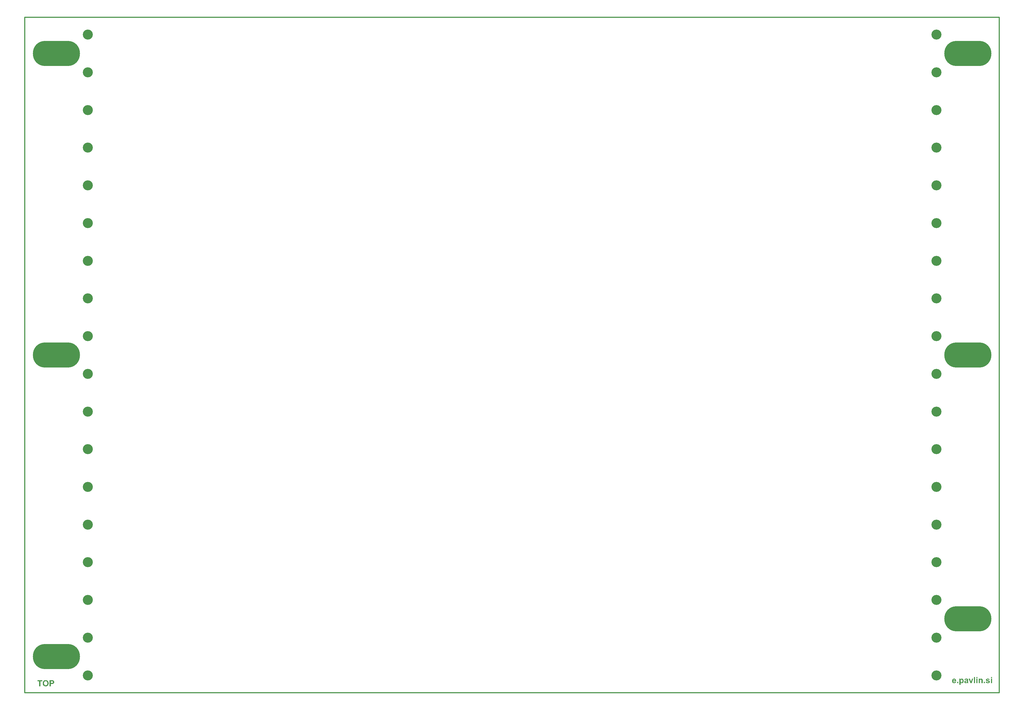
<source format=gtp>
G04*
G04 #@! TF.GenerationSoftware,Altium Limited,Altium Designer,20.0.9 (164)*
G04*
G04 Layer_Color=8421504*
%FSLAX25Y25*%
%MOIN*%
G70*
G01*
G75*
%ADD10C,0.12598*%
%ADD11O,0.59055X0.31496*%
%ADD12C,0.01181*%
G36*
X33870Y15569D02*
X34154D01*
X34460Y15547D01*
X34766Y15525D01*
X34897Y15514D01*
X35029Y15503D01*
X35138Y15481D01*
X35225Y15459D01*
X35236D01*
X35258Y15449D01*
X35291Y15438D01*
X35335Y15427D01*
X35455Y15372D01*
X35608Y15306D01*
X35772Y15208D01*
X35958Y15077D01*
X36132Y14913D01*
X36307Y14716D01*
Y14705D01*
X36329Y14694D01*
X36351Y14661D01*
X36373Y14618D01*
X36417Y14552D01*
X36450Y14487D01*
X36493Y14410D01*
X36537Y14323D01*
X36613Y14104D01*
X36690Y13864D01*
X36734Y13568D01*
X36755Y13252D01*
Y13241D01*
Y13219D01*
Y13186D01*
Y13131D01*
X36745Y13077D01*
Y13000D01*
X36723Y12847D01*
X36690Y12661D01*
X36646Y12454D01*
X36581Y12257D01*
X36493Y12071D01*
X36482Y12049D01*
X36450Y11995D01*
X36395Y11907D01*
X36318Y11798D01*
X36231Y11689D01*
X36111Y11557D01*
X35990Y11437D01*
X35848Y11328D01*
X35826Y11317D01*
X35783Y11284D01*
X35706Y11241D01*
X35608Y11186D01*
X35488Y11120D01*
X35357Y11066D01*
X35214Y11011D01*
X35061Y10967D01*
X35039D01*
X35007Y10956D01*
X34963D01*
X34908Y10945D01*
X34832Y10934D01*
X34755Y10924D01*
X34657D01*
X34559Y10913D01*
X34438Y10902D01*
X34307Y10891D01*
X34165Y10880D01*
X34012D01*
X33848Y10869D01*
X32493D01*
Y8016D01*
X30963D01*
Y15580D01*
X33750D01*
X33870Y15569D01*
D02*
G37*
G36*
X21749Y14301D02*
X19519D01*
Y8016D01*
X17989D01*
Y14301D01*
X15748D01*
Y15580D01*
X21749D01*
Y14301D01*
D02*
G37*
G36*
X26241Y15711D02*
X26350D01*
X26492Y15689D01*
X26656Y15667D01*
X26842Y15634D01*
X27039Y15591D01*
X27246Y15536D01*
X27465Y15470D01*
X27684Y15383D01*
X27913Y15285D01*
X28132Y15164D01*
X28350Y15022D01*
X28558Y14858D01*
X28755Y14672D01*
X28766Y14661D01*
X28798Y14629D01*
X28853Y14563D01*
X28908Y14487D01*
X28984Y14377D01*
X29072Y14246D01*
X29159Y14093D01*
X29258Y13918D01*
X29356Y13733D01*
X29443Y13514D01*
X29531Y13273D01*
X29607Y13022D01*
X29673Y12738D01*
X29717Y12443D01*
X29749Y12126D01*
X29760Y11787D01*
Y11765D01*
Y11710D01*
X29749Y11612D01*
Y11481D01*
X29728Y11328D01*
X29706Y11153D01*
X29673Y10945D01*
X29640Y10738D01*
X29585Y10508D01*
X29520Y10268D01*
X29432Y10027D01*
X29334Y9787D01*
X29225Y9557D01*
X29083Y9328D01*
X28930Y9109D01*
X28755Y8901D01*
X28744Y8890D01*
X28711Y8858D01*
X28656Y8803D01*
X28569Y8738D01*
X28471Y8661D01*
X28350Y8574D01*
X28208Y8486D01*
X28055Y8388D01*
X27869Y8289D01*
X27673Y8202D01*
X27454Y8115D01*
X27214Y8038D01*
X26962Y7972D01*
X26689Y7918D01*
X26405Y7885D01*
X26099Y7874D01*
X26022D01*
X25935Y7885D01*
X25826Y7896D01*
X25683Y7907D01*
X25519Y7929D01*
X25334Y7961D01*
X25137Y8005D01*
X24918Y8060D01*
X24711Y8125D01*
X24481Y8213D01*
X24262Y8311D01*
X24033Y8421D01*
X23825Y8563D01*
X23618Y8716D01*
X23421Y8901D01*
X23410Y8912D01*
X23377Y8945D01*
X23333Y9011D01*
X23268Y9087D01*
X23191Y9197D01*
X23104Y9328D01*
X23017Y9470D01*
X22929Y9645D01*
X22831Y9831D01*
X22743Y10049D01*
X22656Y10279D01*
X22579Y10530D01*
X22514Y10803D01*
X22470Y11098D01*
X22437Y11415D01*
X22426Y11743D01*
Y11754D01*
Y11798D01*
Y11852D01*
X22437Y11940D01*
Y12038D01*
X22448Y12148D01*
X22459Y12279D01*
X22470Y12421D01*
X22514Y12727D01*
X22568Y13055D01*
X22656Y13383D01*
X22765Y13689D01*
Y13700D01*
X22776Y13711D01*
X22798Y13743D01*
X22809Y13787D01*
X22874Y13896D01*
X22951Y14039D01*
X23049Y14202D01*
X23169Y14366D01*
X23312Y14552D01*
X23465Y14727D01*
X23475Y14738D01*
X23486Y14749D01*
X23541Y14804D01*
X23640Y14891D01*
X23760Y14989D01*
X23902Y15099D01*
X24066Y15219D01*
X24252Y15328D01*
X24448Y15416D01*
X24459D01*
X24481Y15427D01*
X24525Y15449D01*
X24579Y15459D01*
X24645Y15492D01*
X24722Y15514D01*
X24820Y15536D01*
X24918Y15569D01*
X25159Y15623D01*
X25432Y15678D01*
X25749Y15711D01*
X26077Y15722D01*
X26153D01*
X26241Y15711D01*
D02*
G37*
G36*
X1211488Y18160D02*
X1210034D01*
Y19505D01*
X1211488D01*
Y18160D01*
D02*
G37*
G36*
X1193267D02*
X1191814D01*
Y19505D01*
X1193267D01*
Y18160D01*
D02*
G37*
G36*
X1198066Y17537D02*
X1198186Y17526D01*
X1198317Y17504D01*
X1198459Y17472D01*
X1198612Y17428D01*
X1198765Y17373D01*
X1198787Y17362D01*
X1198831Y17341D01*
X1198907Y17308D01*
X1198995Y17253D01*
X1199093Y17188D01*
X1199191Y17111D01*
X1199290Y17023D01*
X1199377Y16925D01*
X1199388Y16914D01*
X1199410Y16882D01*
X1199443Y16827D01*
X1199487Y16750D01*
X1199541Y16663D01*
X1199585Y16554D01*
X1199629Y16444D01*
X1199661Y16313D01*
Y16302D01*
X1199672Y16248D01*
X1199694Y16171D01*
X1199705Y16062D01*
X1199727Y15931D01*
X1199738Y15756D01*
X1199749Y15570D01*
Y15340D01*
Y11941D01*
X1198295D01*
Y14728D01*
Y14739D01*
Y14772D01*
Y14816D01*
Y14870D01*
Y14947D01*
Y15023D01*
X1198284Y15209D01*
X1198273Y15395D01*
X1198251Y15592D01*
X1198230Y15756D01*
X1198219Y15821D01*
X1198197Y15876D01*
Y15887D01*
X1198175Y15920D01*
X1198153Y15963D01*
X1198120Y16029D01*
X1198022Y16160D01*
X1197967Y16226D01*
X1197891Y16280D01*
X1197880Y16291D01*
X1197858Y16302D01*
X1197814Y16324D01*
X1197749Y16357D01*
X1197672Y16390D01*
X1197596Y16411D01*
X1197497Y16422D01*
X1197388Y16433D01*
X1197322D01*
X1197257Y16422D01*
X1197169Y16411D01*
X1197060Y16379D01*
X1196951Y16346D01*
X1196830Y16291D01*
X1196710Y16226D01*
X1196699Y16215D01*
X1196667Y16193D01*
X1196612Y16138D01*
X1196546Y16084D01*
X1196481Y15996D01*
X1196415Y15909D01*
X1196350Y15789D01*
X1196306Y15668D01*
Y15657D01*
X1196284Y15603D01*
X1196273Y15515D01*
X1196251Y15384D01*
X1196240Y15307D01*
X1196229Y15209D01*
X1196218Y15111D01*
Y14991D01*
X1196208Y14870D01*
X1196197Y14728D01*
Y14575D01*
Y14411D01*
Y11941D01*
X1194743D01*
Y17428D01*
X1196087D01*
Y16619D01*
X1196098Y16630D01*
X1196120Y16663D01*
X1196164Y16707D01*
X1196218Y16761D01*
X1196284Y16838D01*
X1196371Y16914D01*
X1196470Y17002D01*
X1196579Y17089D01*
X1196699Y17166D01*
X1196842Y17253D01*
X1196984Y17330D01*
X1197147Y17406D01*
X1197322Y17461D01*
X1197497Y17504D01*
X1197694Y17537D01*
X1197891Y17548D01*
X1197967D01*
X1198066Y17537D01*
D02*
G37*
G36*
X1173845Y17537D02*
X1173921Y17526D01*
X1174020Y17504D01*
X1174129Y17483D01*
X1174238Y17450D01*
X1174369Y17417D01*
X1174490Y17362D01*
X1174632Y17308D01*
X1174763Y17231D01*
X1174905Y17144D01*
X1175036Y17045D01*
X1175167Y16925D01*
X1175298Y16794D01*
X1175309Y16783D01*
X1175331Y16761D01*
X1175364Y16717D01*
X1175408Y16652D01*
X1175451Y16586D01*
X1175506Y16488D01*
X1175572Y16379D01*
X1175637Y16258D01*
X1175692Y16116D01*
X1175758Y15963D01*
X1175812Y15788D01*
X1175867Y15603D01*
X1175900Y15395D01*
X1175932Y15187D01*
X1175954Y14947D01*
X1175965Y14706D01*
Y14695D01*
Y14652D01*
Y14575D01*
X1175954Y14477D01*
X1175943Y14367D01*
X1175932Y14236D01*
X1175910Y14083D01*
X1175878Y13930D01*
X1175801Y13581D01*
X1175747Y13406D01*
X1175681Y13231D01*
X1175605Y13056D01*
X1175506Y12892D01*
X1175408Y12728D01*
X1175288Y12575D01*
X1175277Y12564D01*
X1175255Y12542D01*
X1175222Y12509D01*
X1175167Y12455D01*
X1175102Y12400D01*
X1175025Y12335D01*
X1174938Y12269D01*
X1174839Y12203D01*
X1174719Y12127D01*
X1174599Y12061D01*
X1174326Y11941D01*
X1174173Y11886D01*
X1174009Y11854D01*
X1173845Y11832D01*
X1173670Y11821D01*
X1173593D01*
X1173506Y11832D01*
X1173397Y11843D01*
X1173265Y11865D01*
X1173123Y11897D01*
X1172981Y11941D01*
X1172839Y11996D01*
X1172828Y12007D01*
X1172774Y12028D01*
X1172708Y12083D01*
X1172610Y12149D01*
X1172489Y12225D01*
X1172369Y12335D01*
X1172227Y12466D01*
X1172074Y12619D01*
Y9843D01*
X1170620D01*
Y17428D01*
X1171976D01*
Y16619D01*
X1171987Y16641D01*
X1172019Y16685D01*
X1172085Y16761D01*
X1172161Y16860D01*
X1172260Y16969D01*
X1172391Y17078D01*
X1172522Y17188D01*
X1172686Y17286D01*
X1172708Y17297D01*
X1172763Y17330D01*
X1172861Y17373D01*
X1172981Y17417D01*
X1173123Y17461D01*
X1173298Y17504D01*
X1173484Y17537D01*
X1173681Y17548D01*
X1173768D01*
X1173845Y17537D01*
D02*
G37*
G36*
X1206427Y17537D02*
X1206536Y17526D01*
X1206657Y17515D01*
X1206788Y17504D01*
X1207061Y17461D01*
X1207334Y17395D01*
X1207597Y17297D01*
X1207717Y17242D01*
X1207826Y17177D01*
X1207837D01*
X1207848Y17155D01*
X1207913Y17111D01*
X1208012Y17023D01*
X1208121Y16903D01*
X1208252Y16761D01*
X1208373Y16575D01*
X1208493Y16357D01*
X1208580Y16105D01*
X1207214Y15854D01*
Y15865D01*
X1207192Y15909D01*
X1207170Y15963D01*
X1207137Y16029D01*
X1207094Y16116D01*
X1207028Y16193D01*
X1206963Y16269D01*
X1206875Y16335D01*
X1206864Y16346D01*
X1206831Y16368D01*
X1206777Y16390D01*
X1206700Y16422D01*
X1206602Y16455D01*
X1206482Y16488D01*
X1206340Y16499D01*
X1206176Y16510D01*
X1206077D01*
X1205979Y16499D01*
X1205859Y16488D01*
X1205717Y16466D01*
X1205585Y16444D01*
X1205465Y16400D01*
X1205356Y16346D01*
X1205345D01*
X1205334Y16324D01*
X1205279Y16269D01*
X1205214Y16171D01*
X1205203Y16116D01*
X1205192Y16051D01*
Y16040D01*
Y16029D01*
X1205214Y15963D01*
X1205258Y15876D01*
X1205290Y15832D01*
X1205334Y15789D01*
X1205345Y15777D01*
X1205389Y15767D01*
X1205411Y15745D01*
X1205454Y15734D01*
X1205509Y15712D01*
X1205575Y15679D01*
X1205662Y15657D01*
X1205749Y15624D01*
X1205859Y15592D01*
X1205990Y15559D01*
X1206132Y15515D01*
X1206296Y15472D01*
X1206482Y15428D01*
X1206689Y15373D01*
X1206700D01*
X1206744Y15362D01*
X1206799Y15351D01*
X1206875Y15329D01*
X1206974Y15297D01*
X1207083Y15275D01*
X1207323Y15198D01*
X1207597Y15100D01*
X1207859Y14991D01*
X1207990Y14925D01*
X1208110Y14870D01*
X1208209Y14794D01*
X1208307Y14728D01*
X1208329Y14706D01*
X1208383Y14663D01*
X1208449Y14575D01*
X1208537Y14455D01*
X1208624Y14302D01*
X1208690Y14116D01*
X1208744Y13898D01*
X1208766Y13657D01*
Y13646D01*
Y13624D01*
Y13581D01*
X1208755Y13526D01*
X1208744Y13471D01*
X1208733Y13395D01*
X1208690Y13209D01*
X1208613Y13012D01*
X1208558Y12903D01*
X1208504Y12794D01*
X1208427Y12684D01*
X1208340Y12575D01*
X1208241Y12466D01*
X1208132Y12356D01*
X1208121Y12346D01*
X1208099Y12335D01*
X1208067Y12313D01*
X1208012Y12269D01*
X1207946Y12236D01*
X1207870Y12192D01*
X1207771Y12138D01*
X1207662Y12094D01*
X1207542Y12039D01*
X1207400Y11996D01*
X1207247Y11941D01*
X1207083Y11908D01*
X1206897Y11875D01*
X1206700Y11843D01*
X1206493Y11832D01*
X1206274Y11821D01*
X1206165D01*
X1206088Y11832D01*
X1205990D01*
X1205881Y11843D01*
X1205760Y11854D01*
X1205629Y11875D01*
X1205345Y11930D01*
X1205050Y12007D01*
X1204755Y12116D01*
X1204624Y12192D01*
X1204492Y12269D01*
X1204482Y12280D01*
X1204460Y12291D01*
X1204427Y12313D01*
X1204394Y12356D01*
X1204274Y12455D01*
X1204143Y12597D01*
X1204001Y12772D01*
X1203869Y12979D01*
X1203749Y13231D01*
X1203651Y13504D01*
X1205105Y13723D01*
Y13701D01*
X1205126Y13657D01*
X1205148Y13581D01*
X1205181Y13482D01*
X1205236Y13373D01*
X1205301Y13274D01*
X1205378Y13165D01*
X1205476Y13078D01*
X1205487Y13067D01*
X1205531Y13045D01*
X1205596Y13012D01*
X1205684Y12979D01*
X1205793Y12936D01*
X1205935Y12903D01*
X1206088Y12881D01*
X1206274Y12870D01*
X1206361D01*
X1206471Y12881D01*
X1206591Y12892D01*
X1206722Y12914D01*
X1206864Y12958D01*
X1206995Y13001D01*
X1207116Y13067D01*
X1207127Y13078D01*
X1207148Y13100D01*
X1207181Y13133D01*
X1207214Y13176D01*
X1207247Y13231D01*
X1207280Y13296D01*
X1207302Y13373D01*
X1207312Y13460D01*
Y13471D01*
Y13493D01*
X1207302Y13559D01*
X1207269Y13646D01*
X1207203Y13734D01*
X1207181Y13756D01*
X1207148Y13766D01*
X1207105Y13799D01*
X1207039Y13821D01*
X1206952Y13854D01*
X1206853Y13887D01*
X1206722Y13919D01*
X1206700D01*
X1206646Y13941D01*
X1206558Y13963D01*
X1206438Y13985D01*
X1206296Y14018D01*
X1206143Y14062D01*
X1205968Y14105D01*
X1205782Y14160D01*
X1205400Y14269D01*
X1205214Y14324D01*
X1205039Y14389D01*
X1204875Y14444D01*
X1204722Y14510D01*
X1204591Y14575D01*
X1204492Y14630D01*
X1204482Y14641D01*
X1204460Y14652D01*
X1204438Y14674D01*
X1204394Y14717D01*
X1204285Y14816D01*
X1204175Y14958D01*
X1204055Y15133D01*
X1203946Y15340D01*
X1203902Y15461D01*
X1203880Y15592D01*
X1203858Y15723D01*
X1203848Y15865D01*
Y15876D01*
Y15898D01*
Y15931D01*
X1203858Y15985D01*
X1203869Y16040D01*
X1203880Y16116D01*
X1203913Y16280D01*
X1203979Y16466D01*
X1204088Y16663D01*
X1204143Y16772D01*
X1204219Y16871D01*
X1204307Y16969D01*
X1204405Y17056D01*
X1204416Y17067D01*
X1204427Y17078D01*
X1204460Y17100D01*
X1204514Y17133D01*
X1204569Y17166D01*
X1204646Y17209D01*
X1204733Y17253D01*
X1204831Y17308D01*
X1204951Y17351D01*
X1205083Y17395D01*
X1205225Y17439D01*
X1205378Y17472D01*
X1205553Y17504D01*
X1205739Y17526D01*
X1205935Y17548D01*
X1206340D01*
X1206427Y17537D01*
D02*
G37*
G36*
X1185802Y11941D02*
X1184491D01*
X1182283Y17428D01*
X1183802D01*
X1184840Y14619D01*
X1185135Y13690D01*
X1185146Y13701D01*
X1185157Y13745D01*
X1185179Y13810D01*
X1185201Y13876D01*
X1185256Y14040D01*
X1185277Y14105D01*
X1185288Y14160D01*
Y14171D01*
X1185299Y14204D01*
X1185310Y14247D01*
X1185332Y14302D01*
X1185376Y14455D01*
X1185441Y14619D01*
X1186491Y17428D01*
X1187977D01*
X1185802Y11941D01*
D02*
G37*
G36*
X1211488Y11941D02*
X1210034D01*
Y17428D01*
X1211488D01*
Y11941D01*
D02*
G37*
G36*
X1202667D02*
X1201213D01*
Y13395D01*
X1202667D01*
Y11941D01*
D02*
G37*
G36*
X1193267D02*
X1191814D01*
Y17428D01*
X1193267D01*
Y11941D01*
D02*
G37*
G36*
X1190327D02*
X1188873Y11941D01*
Y19505D01*
X1190327Y19505D01*
Y11941D01*
D02*
G37*
G36*
X1179496Y17537D02*
X1179583D01*
X1179802Y17515D01*
X1180031Y17493D01*
X1180272Y17450D01*
X1180501Y17384D01*
X1180599Y17351D01*
X1180698Y17308D01*
X1180709D01*
X1180720Y17297D01*
X1180774Y17264D01*
X1180862Y17220D01*
X1180960Y17155D01*
X1181080Y17067D01*
X1181190Y16969D01*
X1181288Y16849D01*
X1181376Y16728D01*
X1181386Y16707D01*
X1181408Y16663D01*
X1181441Y16565D01*
X1181452Y16510D01*
X1181474Y16433D01*
X1181496Y16357D01*
X1181507Y16258D01*
X1181528Y16149D01*
X1181540Y16029D01*
X1181550Y15898D01*
X1181561Y15756D01*
X1181572Y15603D01*
Y15428D01*
X1181550Y13734D01*
Y13723D01*
Y13701D01*
Y13668D01*
Y13613D01*
Y13482D01*
X1181561Y13329D01*
Y13154D01*
X1181583Y12979D01*
X1181594Y12805D01*
X1181616Y12663D01*
Y12652D01*
X1181627Y12608D01*
X1181649Y12531D01*
X1181671Y12444D01*
X1181714Y12335D01*
X1181758Y12214D01*
X1181813Y12083D01*
X1181878Y11941D01*
X1180447D01*
Y11952D01*
X1180435Y11963D01*
X1180425Y12007D01*
X1180403Y12050D01*
X1180381Y12105D01*
X1180359Y12182D01*
X1180337Y12269D01*
X1180304Y12367D01*
Y12378D01*
X1180293Y12389D01*
X1180282Y12433D01*
X1180261Y12488D01*
X1180250Y12531D01*
X1180228Y12520D01*
X1180184Y12477D01*
X1180108Y12411D01*
X1180009Y12335D01*
X1179889Y12247D01*
X1179758Y12149D01*
X1179605Y12072D01*
X1179452Y11996D01*
X1179430Y11985D01*
X1179375Y11974D01*
X1179288Y11941D01*
X1179179Y11908D01*
X1179047Y11875D01*
X1178894Y11854D01*
X1178720Y11832D01*
X1178545Y11821D01*
X1178468D01*
X1178403Y11832D01*
X1178337D01*
X1178249Y11843D01*
X1178064Y11875D01*
X1177845Y11930D01*
X1177627Y12007D01*
X1177408Y12116D01*
X1177211Y12269D01*
Y12280D01*
X1177189Y12291D01*
X1177135Y12356D01*
X1177058Y12455D01*
X1176971Y12586D01*
X1176883Y12750D01*
X1176807Y12947D01*
X1176752Y13176D01*
X1176741Y13296D01*
X1176730Y13428D01*
Y13449D01*
Y13504D01*
X1176741Y13591D01*
X1176763Y13701D01*
X1176785Y13832D01*
X1176818Y13963D01*
X1176872Y14105D01*
X1176949Y14247D01*
X1176960Y14269D01*
X1176993Y14313D01*
X1177036Y14378D01*
X1177113Y14455D01*
X1177189Y14542D01*
X1177299Y14641D01*
X1177419Y14728D01*
X1177561Y14805D01*
X1177583Y14816D01*
X1177637Y14838D01*
X1177725Y14870D01*
X1177856Y14925D01*
X1178020Y14980D01*
X1178217Y15034D01*
X1178457Y15089D01*
X1178720Y15144D01*
X1178730D01*
X1178763Y15155D01*
X1178818Y15165D01*
X1178883Y15176D01*
X1178971Y15187D01*
X1179069Y15209D01*
X1179288Y15264D01*
X1179517Y15318D01*
X1179758Y15373D01*
X1179965Y15439D01*
X1180064Y15472D01*
X1180140Y15504D01*
Y15646D01*
Y15668D01*
Y15712D01*
X1180130Y15788D01*
X1180118Y15887D01*
X1180086Y15985D01*
X1180053Y16083D01*
X1179998Y16171D01*
X1179922Y16248D01*
X1179911Y16258D01*
X1179878Y16280D01*
X1179823Y16302D01*
X1179747Y16346D01*
X1179638Y16379D01*
X1179506Y16400D01*
X1179342Y16422D01*
X1179146Y16433D01*
X1179080D01*
X1179015Y16422D01*
X1178927Y16411D01*
X1178829Y16390D01*
X1178720Y16368D01*
X1178621Y16324D01*
X1178534Y16269D01*
X1178523Y16258D01*
X1178501Y16237D01*
X1178457Y16204D01*
X1178413Y16149D01*
X1178348Y16073D01*
X1178293Y15974D01*
X1178239Y15865D01*
X1178184Y15734D01*
X1176883Y15974D01*
Y15985D01*
X1176894Y16007D01*
X1176905Y16051D01*
X1176927Y16105D01*
X1176949Y16171D01*
X1176982Y16248D01*
X1177058Y16422D01*
X1177167Y16608D01*
X1177299Y16805D01*
X1177452Y16991D01*
X1177637Y17155D01*
X1177648D01*
X1177659Y17177D01*
X1177692Y17188D01*
X1177736Y17220D01*
X1177801Y17242D01*
X1177867Y17275D01*
X1177954Y17319D01*
X1178042Y17351D01*
X1178151Y17384D01*
X1178271Y17428D01*
X1178403Y17461D01*
X1178556Y17483D01*
X1178709Y17515D01*
X1178883Y17526D01*
X1179058Y17548D01*
X1179419D01*
X1179496Y17537D01*
D02*
G37*
G36*
X1169167Y11941D02*
X1167713D01*
Y13395D01*
X1169167D01*
Y11941D01*
D02*
G37*
G36*
X1164128Y17537D02*
X1164226Y17526D01*
X1164347Y17504D01*
X1164478Y17483D01*
X1164620Y17450D01*
X1164773Y17406D01*
X1164926Y17351D01*
X1165090Y17286D01*
X1165254Y17198D01*
X1165407Y17111D01*
X1165560Y17002D01*
X1165713Y16871D01*
X1165844Y16728D01*
X1165855Y16717D01*
X1165877Y16696D01*
X1165909Y16641D01*
X1165953Y16575D01*
X1166008Y16488D01*
X1166063Y16390D01*
X1166128Y16258D01*
X1166194Y16116D01*
X1166259Y15952D01*
X1166325Y15767D01*
X1166380Y15570D01*
X1166434Y15340D01*
X1166478Y15100D01*
X1166511Y14838D01*
X1166533Y14564D01*
Y14258D01*
X1162904D01*
Y14247D01*
Y14225D01*
Y14193D01*
X1162915Y14149D01*
X1162926Y14040D01*
X1162947Y13887D01*
X1162991Y13734D01*
X1163057Y13559D01*
X1163133Y13395D01*
X1163243Y13253D01*
X1163254Y13242D01*
X1163308Y13198D01*
X1163374Y13143D01*
X1163472Y13078D01*
X1163592Y13012D01*
X1163745Y12958D01*
X1163909Y12914D01*
X1164084Y12903D01*
X1164139D01*
X1164205Y12914D01*
X1164281Y12925D01*
X1164368Y12947D01*
X1164467Y12979D01*
X1164565Y13023D01*
X1164653Y13089D01*
X1164664Y13100D01*
X1164696Y13122D01*
X1164740Y13165D01*
X1164784Y13231D01*
X1164849Y13318D01*
X1164904Y13417D01*
X1164959Y13548D01*
X1165013Y13690D01*
X1166456Y13449D01*
Y13439D01*
X1166445Y13417D01*
X1166423Y13373D01*
X1166401Y13318D01*
X1166369Y13253D01*
X1166336Y13176D01*
X1166237Y13001D01*
X1166117Y12805D01*
X1165964Y12597D01*
X1165778Y12411D01*
X1165571Y12236D01*
X1165560D01*
X1165549Y12214D01*
X1165505Y12203D01*
X1165461Y12171D01*
X1165407Y12138D01*
X1165330Y12105D01*
X1165254Y12072D01*
X1165155Y12028D01*
X1164937Y11952D01*
X1164685Y11886D01*
X1164390Y11843D01*
X1164073Y11821D01*
X1164008D01*
X1163942Y11832D01*
X1163844D01*
X1163724Y11854D01*
X1163581Y11875D01*
X1163428Y11897D01*
X1163275Y11941D01*
X1163101Y11985D01*
X1162926Y12050D01*
X1162751Y12127D01*
X1162576Y12214D01*
X1162401Y12324D01*
X1162237Y12444D01*
X1162095Y12586D01*
X1161953Y12750D01*
X1161942Y12761D01*
X1161931Y12783D01*
X1161909Y12826D01*
X1161866Y12881D01*
X1161833Y12958D01*
X1161789Y13045D01*
X1161734Y13143D01*
X1161691Y13264D01*
X1161636Y13395D01*
X1161592Y13537D01*
X1161538Y13690D01*
X1161505Y13865D01*
X1161472Y14040D01*
X1161439Y14225D01*
X1161428Y14433D01*
X1161417Y14641D01*
Y14652D01*
Y14695D01*
Y14772D01*
X1161428Y14870D01*
X1161439Y14980D01*
X1161450Y15111D01*
X1161472Y15253D01*
X1161505Y15417D01*
X1161592Y15756D01*
X1161647Y15931D01*
X1161712Y16116D01*
X1161800Y16291D01*
X1161898Y16455D01*
X1162008Y16619D01*
X1162128Y16772D01*
X1162139Y16783D01*
X1162161Y16805D01*
X1162204Y16849D01*
X1162259Y16892D01*
X1162325Y16947D01*
X1162412Y17013D01*
X1162510Y17089D01*
X1162620Y17166D01*
X1162740Y17231D01*
X1162882Y17308D01*
X1163024Y17373D01*
X1163188Y17428D01*
X1163352Y17472D01*
X1163538Y17515D01*
X1163724Y17537D01*
X1163920Y17548D01*
X1164040D01*
X1164128Y17537D01*
D02*
G37*
%LPC*%
G36*
X33630Y14301D02*
X32493D01*
Y12148D01*
X33542D01*
X33619Y12159D01*
X33815D01*
X34012Y12169D01*
X34209Y12191D01*
X34384Y12224D01*
X34460Y12235D01*
X34526Y12257D01*
X34537Y12268D01*
X34580Y12279D01*
X34635Y12312D01*
X34701Y12344D01*
X34777Y12399D01*
X34854Y12465D01*
X34941Y12541D01*
X35007Y12629D01*
X35018Y12640D01*
X35039Y12672D01*
X35061Y12727D01*
X35094Y12803D01*
X35127Y12891D01*
X35160Y12989D01*
X35171Y13099D01*
X35182Y13219D01*
Y13241D01*
Y13284D01*
X35171Y13361D01*
X35149Y13459D01*
X35116Y13568D01*
X35072Y13689D01*
X35018Y13798D01*
X34930Y13907D01*
X34919Y13918D01*
X34887Y13951D01*
X34832Y13995D01*
X34766Y14050D01*
X34679Y14115D01*
X34569Y14170D01*
X34449Y14213D01*
X34318Y14246D01*
X34307D01*
X34264Y14257D01*
X34187Y14268D01*
X34078Y14279D01*
X33936D01*
X33837Y14290D01*
X33739D01*
X33630Y14301D01*
D02*
G37*
G36*
X26099Y14421D02*
X26011D01*
X25946Y14410D01*
X25858Y14399D01*
X25771Y14388D01*
X25552Y14345D01*
X25312Y14257D01*
X25181Y14213D01*
X25049Y14148D01*
X24929Y14071D01*
X24798Y13984D01*
X24678Y13885D01*
X24568Y13765D01*
X24558Y13754D01*
X24547Y13733D01*
X24514Y13700D01*
X24481Y13645D01*
X24437Y13568D01*
X24394Y13492D01*
X24339Y13394D01*
X24284Y13273D01*
X24230Y13142D01*
X24175Y13000D01*
X24131Y12836D01*
X24088Y12661D01*
X24055Y12465D01*
X24022Y12257D01*
X24011Y12038D01*
X24000Y11798D01*
Y11787D01*
Y11743D01*
Y11678D01*
X24011Y11590D01*
X24022Y11481D01*
X24033Y11350D01*
X24055Y11219D01*
X24077Y11066D01*
X24142Y10749D01*
X24252Y10432D01*
X24317Y10268D01*
X24394Y10115D01*
X24492Y9973D01*
X24590Y9841D01*
X24601Y9831D01*
X24623Y9809D01*
X24656Y9776D01*
X24700Y9743D01*
X24754Y9688D01*
X24831Y9634D01*
X24907Y9568D01*
X25006Y9514D01*
X25213Y9382D01*
X25476Y9284D01*
X25618Y9240D01*
X25771Y9207D01*
X25935Y9186D01*
X26099Y9175D01*
X26186D01*
X26252Y9186D01*
X26328Y9197D01*
X26416Y9207D01*
X26623Y9262D01*
X26864Y9339D01*
X26984Y9393D01*
X27115Y9448D01*
X27235Y9525D01*
X27367Y9612D01*
X27487Y9710D01*
X27596Y9831D01*
X27607Y9841D01*
X27618Y9863D01*
X27651Y9896D01*
X27684Y9951D01*
X27738Y10027D01*
X27782Y10115D01*
X27837Y10213D01*
X27891Y10333D01*
X27946Y10464D01*
X28001Y10606D01*
X28055Y10770D01*
X28099Y10956D01*
X28132Y11142D01*
X28164Y11350D01*
X28175Y11579D01*
X28186Y11820D01*
Y11831D01*
Y11874D01*
Y11940D01*
X28175Y12038D01*
X28164Y12148D01*
X28154Y12268D01*
X28143Y12410D01*
X28110Y12552D01*
X28044Y12869D01*
X27946Y13197D01*
X27880Y13361D01*
X27804Y13503D01*
X27705Y13645D01*
X27607Y13776D01*
X27596Y13787D01*
X27585Y13809D01*
X27552Y13831D01*
X27509Y13875D01*
X27443Y13929D01*
X27378Y13984D01*
X27301Y14039D01*
X27203Y14104D01*
X27104Y14159D01*
X26984Y14213D01*
X26733Y14323D01*
X26591Y14366D01*
X26438Y14388D01*
X26274Y14410D01*
X26099Y14421D01*
D02*
G37*
G36*
X1173276Y16400D02*
X1173254D01*
X1173189Y16390D01*
X1173091Y16379D01*
X1172970Y16346D01*
X1172828Y16302D01*
X1172675Y16226D01*
X1172533Y16127D01*
X1172391Y15985D01*
X1172380Y15963D01*
X1172336Y15909D01*
X1172282Y15810D01*
X1172227Y15679D01*
X1172161Y15504D01*
X1172107Y15297D01*
X1172063Y15056D01*
X1172052Y14772D01*
Y14761D01*
Y14728D01*
Y14684D01*
X1172063Y14619D01*
Y14542D01*
X1172074Y14455D01*
X1172096Y14258D01*
X1172140Y14029D01*
X1172205Y13799D01*
X1172293Y13591D01*
X1172347Y13493D01*
X1172413Y13406D01*
X1172435Y13384D01*
X1172478Y13340D01*
X1172555Y13264D01*
X1172664Y13187D01*
X1172785Y13111D01*
X1172937Y13034D01*
X1173112Y12990D01*
X1173298Y12968D01*
X1173320D01*
X1173386Y12979D01*
X1173473Y12990D01*
X1173593Y13023D01*
X1173724Y13067D01*
X1173867Y13143D01*
X1174009Y13242D01*
X1174140Y13373D01*
X1174151Y13395D01*
X1174195Y13449D01*
X1174249Y13548D01*
X1174315Y13690D01*
X1174337Y13777D01*
X1174369Y13876D01*
X1174402Y13985D01*
X1174424Y14105D01*
X1174446Y14236D01*
X1174468Y14378D01*
X1174479Y14532D01*
Y14695D01*
Y14706D01*
Y14739D01*
Y14783D01*
Y14838D01*
X1174468Y14914D01*
X1174457Y14990D01*
X1174435Y15176D01*
X1174391Y15384D01*
X1174337Y15603D01*
X1174249Y15799D01*
X1174129Y15974D01*
X1174118Y15996D01*
X1174063Y16040D01*
X1173987Y16105D01*
X1173888Y16193D01*
X1173768Y16269D01*
X1173626Y16335D01*
X1173462Y16379D01*
X1173276Y16400D01*
D02*
G37*
G36*
X1180140Y14564D02*
X1180130D01*
X1180086Y14542D01*
X1180020Y14532D01*
X1179922Y14499D01*
X1179802Y14466D01*
X1179638Y14422D01*
X1179463Y14378D01*
X1179244Y14335D01*
X1179222D01*
X1179189Y14324D01*
X1179146Y14313D01*
X1179047Y14291D01*
X1178916Y14258D01*
X1178785Y14225D01*
X1178654Y14182D01*
X1178545Y14127D01*
X1178457Y14083D01*
X1178446Y14072D01*
X1178413Y14051D01*
X1178370Y14007D01*
X1178326Y13952D01*
X1178271Y13876D01*
X1178228Y13788D01*
X1178195Y13690D01*
X1178184Y13581D01*
Y13570D01*
Y13526D01*
X1178195Y13471D01*
X1178217Y13406D01*
X1178239Y13318D01*
X1178271Y13231D01*
X1178326Y13143D01*
X1178403Y13056D01*
X1178413Y13045D01*
X1178446Y13023D01*
X1178490Y12990D01*
X1178566Y12947D01*
X1178643Y12903D01*
X1178741Y12870D01*
X1178862Y12848D01*
X1178982Y12837D01*
X1179047D01*
X1179124Y12848D01*
X1179222Y12870D01*
X1179342Y12903D01*
X1179463Y12947D01*
X1179605Y13001D01*
X1179736Y13089D01*
X1179747Y13100D01*
X1179780Y13122D01*
X1179823Y13165D01*
X1179878Y13220D01*
X1179933Y13296D01*
X1179987Y13373D01*
X1180042Y13471D01*
X1180075Y13570D01*
Y13581D01*
X1180086Y13602D01*
X1180097Y13657D01*
X1180108Y13723D01*
X1180118Y13821D01*
X1180130Y13941D01*
X1180140Y14094D01*
Y14269D01*
Y14564D01*
D02*
G37*
G36*
X1164008Y16433D02*
X1163931D01*
X1163844Y16411D01*
X1163735Y16390D01*
X1163614Y16346D01*
X1163483Y16291D01*
X1163352Y16204D01*
X1163232Y16083D01*
X1163221Y16073D01*
X1163188Y16018D01*
X1163133Y15942D01*
X1163079Y15832D01*
X1163013Y15701D01*
X1162969Y15537D01*
X1162937Y15351D01*
X1162926Y15144D01*
X1165090D01*
Y15155D01*
Y15176D01*
Y15198D01*
X1165079Y15242D01*
X1165068Y15362D01*
X1165046Y15493D01*
X1165002Y15646D01*
X1164948Y15810D01*
X1164860Y15963D01*
X1164762Y16094D01*
X1164751Y16105D01*
X1164707Y16149D01*
X1164642Y16204D01*
X1164554Y16269D01*
X1164445Y16324D01*
X1164314Y16379D01*
X1164172Y16422D01*
X1164008Y16433D01*
D02*
G37*
%LPD*%
D10*
X1141732Y21654D02*
D03*
Y68898D02*
D03*
Y116142D02*
D03*
Y163386D02*
D03*
Y210630D02*
D03*
Y399606D02*
D03*
Y352362D02*
D03*
Y305118D02*
D03*
Y257874D02*
D03*
Y588583D02*
D03*
Y541339D02*
D03*
Y494095D02*
D03*
Y446850D02*
D03*
Y777559D02*
D03*
Y730315D02*
D03*
Y683071D02*
D03*
Y635827D02*
D03*
Y824803D02*
D03*
X78740D02*
D03*
Y635827D02*
D03*
Y683071D02*
D03*
Y730315D02*
D03*
Y777559D02*
D03*
Y446850D02*
D03*
Y494095D02*
D03*
Y541339D02*
D03*
Y588583D02*
D03*
Y257874D02*
D03*
Y305118D02*
D03*
Y352362D02*
D03*
Y399606D02*
D03*
Y210630D02*
D03*
Y163386D02*
D03*
Y116142D02*
D03*
Y68898D02*
D03*
Y21654D02*
D03*
D11*
X1181102Y92520D02*
D03*
Y801181D02*
D03*
Y423228D02*
D03*
X39370Y45276D02*
D03*
Y423228D02*
D03*
Y801181D02*
D03*
D12*
X1220472Y0D02*
Y846457D01*
X0D02*
X1220472D01*
X-0Y0D02*
X0Y846457D01*
X-0Y0D02*
X1220472D01*
M02*

</source>
